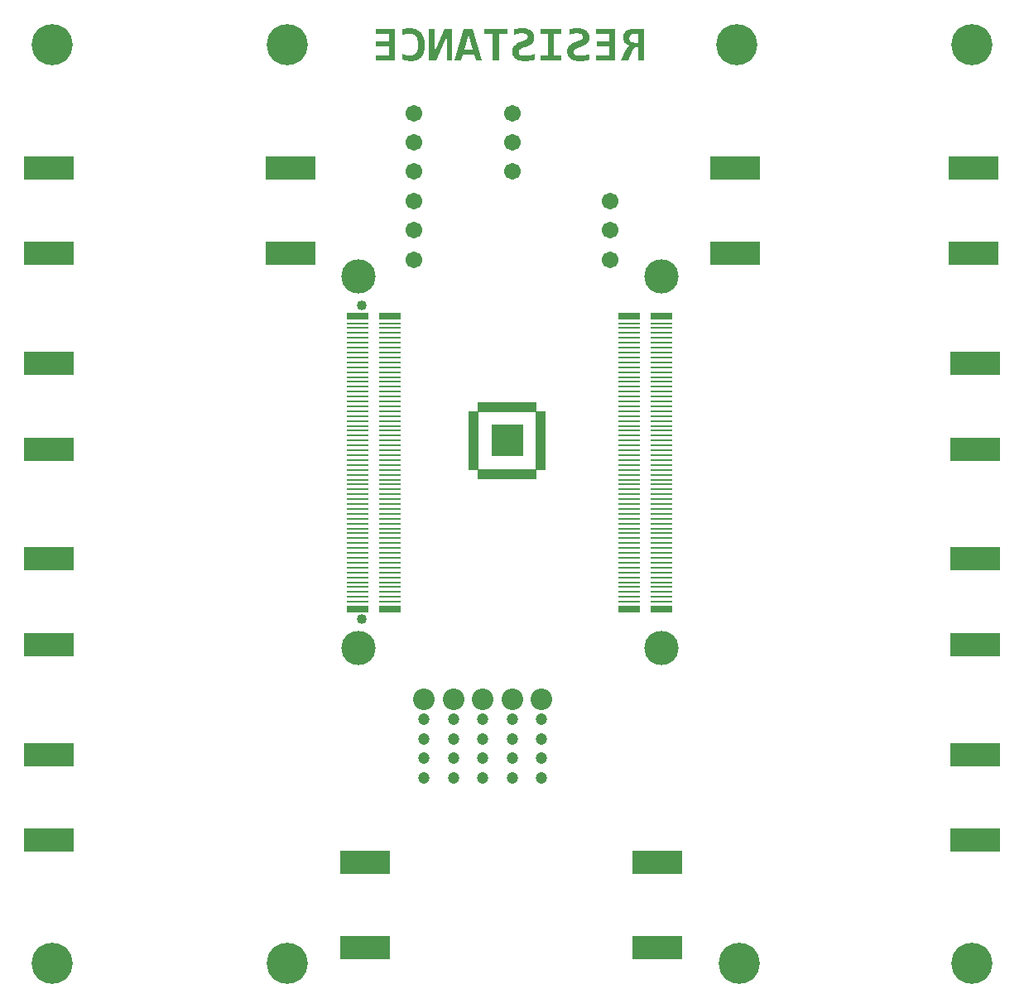
<source format=gbs>
%TF.GenerationSoftware,Altium Limited,Altium Designer,25.1.2 (22)*%
G04 Layer_Color=16711935*
%FSLAX45Y45*%
%MOMM*%
%TF.SameCoordinates,14A8493B-8770-4FEB-B4FF-2697345FB558*%
%TF.FilePolarity,Negative*%
%TF.FileFunction,Soldermask,Bot*%
%TF.Part,Single*%
G01*
G75*
%TA.AperFunction,ConnectorPad*%
%ADD10R,5.08000X2.41300*%
%TA.AperFunction,SMDPad,CuDef*%
%ADD12R,5.08000X2.41300*%
%TA.AperFunction,ComponentPad*%
%ADD28C,3.50000*%
%TA.AperFunction,SMDPad,CuDef*%
%ADD32R,2.30000X0.75000*%
%ADD33R,2.30000X0.25000*%
%TA.AperFunction,ComponentPad*%
%ADD47C,1.01320*%
%TA.AperFunction,ViaPad*%
%ADD48C,4.20320*%
%ADD49C,1.20320*%
%ADD50C,2.20320*%
%TA.AperFunction,SMDPad,CuDef*%
%ADD51R,1.05320X0.50320*%
%ADD52R,0.50320X1.05320*%
%ADD53R,3.30320X3.30320*%
%ADD54C,1.70320*%
G36*
X4387426Y9536683D02*
X4331320D01*
Y9637784D01*
Y9773325D01*
X4313544Y9731107D01*
X4226331Y9536683D01*
X4150783Y9536683D01*
Y9863316D01*
X4206889Y9863316D01*
Y9772770D01*
Y9628896D01*
X4222998Y9666670D01*
X4311878Y9863316D01*
X4387426D01*
Y9536683D01*
D02*
G37*
G36*
X3971358Y9867760D02*
X3983023Y9866649D01*
X3993577Y9864427D01*
X4002465Y9862760D01*
X4010242Y9860538D01*
X4015797Y9858316D01*
X4018019Y9857761D01*
X4019686Y9857205D01*
X4020241Y9856650D01*
X4020797D01*
X4030796Y9851650D01*
X4039684Y9846651D01*
X4048016Y9841096D01*
X4055238Y9835541D01*
X4060793Y9830541D01*
X4065237Y9826653D01*
X4067459Y9823875D01*
X4068570Y9822764D01*
X4075236Y9813876D01*
X4081346Y9804988D01*
X4086346Y9795545D01*
X4090790Y9787212D01*
X4094123Y9779435D01*
X4096345Y9773880D01*
X4097456Y9771658D01*
X4098011Y9769992D01*
X4098567Y9768881D01*
Y9768325D01*
X4101900Y9756104D01*
X4104122Y9743328D01*
X4106344Y9731107D01*
X4107455Y9719442D01*
X4108010Y9709998D01*
Y9705554D01*
X4108566Y9702221D01*
Y9698888D01*
Y9696666D01*
Y9695555D01*
Y9695000D01*
X4108010Y9680557D01*
X4106899Y9666669D01*
X4105788Y9654448D01*
X4103566Y9644449D01*
X4101900Y9635561D01*
X4101344Y9632228D01*
X4100789Y9629451D01*
X4100233Y9627229D01*
X4099678Y9625562D01*
X4099122Y9624451D01*
Y9623896D01*
X4095234Y9613341D01*
X4090790Y9603342D01*
X4086346Y9595010D01*
X4081902Y9587233D01*
X4077458Y9581678D01*
X4074125Y9577234D01*
X4071903Y9574457D01*
X4071347Y9573346D01*
X4064126Y9566124D01*
X4056349Y9560014D01*
X4048572Y9554459D01*
X4041350Y9550015D01*
X4034684Y9546682D01*
X4029685Y9544460D01*
X4026352Y9542793D01*
X4025796Y9542238D01*
X4025241D01*
X4014686Y9538905D01*
X4004132Y9536683D01*
X3993577Y9534461D01*
X3984134Y9533350D01*
X3975246Y9532794D01*
X3971913D01*
X3969136Y9532239D01*
X3954693D01*
X3946916Y9532794D01*
X3939694Y9533905D01*
X3933584Y9534461D01*
X3928029Y9535572D01*
X3924140Y9536127D01*
X3921918Y9536683D01*
X3920807D01*
X3905253Y9540571D01*
X3898032Y9542238D01*
X3891921Y9544460D01*
X3886366Y9546682D01*
X3881922Y9547793D01*
X3879145Y9548904D01*
X3878034Y9549459D01*
Y9607231D01*
X3884144Y9604453D01*
X3890255Y9601676D01*
X3892477Y9601120D01*
X3894699Y9600010D01*
X3895810Y9599454D01*
X3896365D01*
X3903587Y9597232D01*
X3909697Y9595010D01*
X3911919Y9594455D01*
X3914141Y9593899D01*
X3915252Y9593344D01*
X3915808D01*
X3923029Y9591677D01*
X3929140Y9590011D01*
X3931362Y9589455D01*
X3933584D01*
X3934695Y9588900D01*
X3935250D01*
X3941916Y9588344D01*
X3947471Y9587789D01*
X3953026D01*
X3961359Y9588344D01*
X3968580Y9588900D01*
X3975246Y9590011D01*
X3981357Y9591677D01*
X3985801Y9592788D01*
X3989689Y9593899D01*
X3991911Y9594455D01*
X3992466Y9595010D01*
X3998577Y9598343D01*
X4003576Y9601676D01*
X4008576Y9605564D01*
X4012464Y9608897D01*
X4015797Y9612230D01*
X4018019Y9615008D01*
X4019686Y9616674D01*
X4020241Y9617230D01*
X4024130Y9622785D01*
X4026907Y9628895D01*
X4029685Y9634450D01*
X4031907Y9640005D01*
X4033573Y9645005D01*
X4034684Y9648893D01*
X4035795Y9651115D01*
Y9652226D01*
X4038573Y9668891D01*
X4039684Y9676668D01*
X4040239Y9683890D01*
Y9690556D01*
X4040795Y9695555D01*
Y9698888D01*
Y9699444D01*
Y9699999D01*
Y9708887D01*
X4040239Y9717775D01*
X4039128Y9725552D01*
X4038573Y9732218D01*
X4037462Y9737773D01*
X4036906Y9742217D01*
X4036351Y9744439D01*
Y9745550D01*
X4034129Y9753327D01*
X4031907Y9759993D01*
X4029129Y9766103D01*
X4026907Y9771658D01*
X4024130Y9775547D01*
X4022463Y9778880D01*
X4021352Y9781102D01*
X4020797Y9781657D01*
X4016353Y9787212D01*
X4011909Y9791656D01*
X4007465Y9795545D01*
X4003021Y9798878D01*
X3999132Y9801655D01*
X3996355Y9803322D01*
X3994133Y9804433D01*
X3993577Y9804988D01*
X3986912Y9807766D01*
X3980246Y9809988D01*
X3973580Y9811654D01*
X3967469Y9812765D01*
X3961914Y9813321D01*
X3957470Y9813876D01*
X3953582D01*
X3941361Y9813321D01*
X3935806Y9812765D01*
X3930251Y9811654D01*
X3925807Y9811099D01*
X3922474Y9809988D01*
X3919696Y9809432D01*
X3919141D01*
X3904698Y9805544D01*
X3897476Y9803322D01*
X3891366Y9801100D01*
X3885811Y9798878D01*
X3881922Y9797211D01*
X3879145Y9796100D01*
X3878034Y9795545D01*
Y9856650D01*
X3885811Y9858872D01*
X3892477Y9860538D01*
X3894699Y9861094D01*
X3896921Y9861649D01*
X3898032Y9862205D01*
X3898587D01*
X3905809Y9863871D01*
X3911919Y9864982D01*
X3914697D01*
X3916363Y9865538D01*
X3918030D01*
X3925251Y9866649D01*
X3931362Y9867204D01*
X3933584Y9867760D01*
X3937472D01*
X3944694Y9868315D01*
X3958581D01*
X3971358Y9867760D01*
D02*
G37*
G36*
X6350000Y9536683D02*
X6288340D01*
Y9672225D01*
X6276674D01*
X6271119Y9671669D01*
X6265564Y9671114D01*
X6261120Y9670003D01*
X6257232Y9668336D01*
X6253899Y9666670D01*
X6251677Y9665559D01*
X6250010Y9665003D01*
X6249455Y9664448D01*
X6245566Y9661115D01*
X6241678Y9657782D01*
X6236123Y9650005D01*
X6234456Y9646672D01*
X6232790Y9643894D01*
X6231679Y9642228D01*
Y9641672D01*
X6185573Y9536683D01*
X6113358D01*
X6165575Y9646116D01*
X6169463Y9653338D01*
X6172796Y9660004D01*
X6176129Y9665559D01*
X6179462Y9670003D01*
X6181684Y9673891D01*
X6183906Y9676113D01*
X6185017Y9677780D01*
X6185573Y9678335D01*
X6189461Y9682224D01*
X6193350Y9685001D01*
X6197238Y9687223D01*
X6200571Y9689445D01*
X6203349Y9690556D01*
X6205571Y9691112D01*
X6207237Y9691667D01*
X6207793D01*
X6196683Y9694445D01*
X6191683Y9695556D01*
X6187239Y9697222D01*
X6183906Y9698333D01*
X6181129Y9699444D01*
X6179462Y9700555D01*
X6178907D01*
X6169463Y9705555D01*
X6165575Y9708332D01*
X6162242Y9711110D01*
X6160020Y9713332D01*
X6157798Y9714998D01*
X6156687Y9716109D01*
X6156131Y9716665D01*
X6150021Y9724997D01*
X6145577Y9732774D01*
X6143910Y9736107D01*
X6142799Y9738885D01*
X6141688Y9740551D01*
Y9741107D01*
X6138355Y9751661D01*
X6137244Y9757216D01*
X6136689Y9762215D01*
X6136133Y9766659D01*
Y9769992D01*
Y9772214D01*
Y9772770D01*
X6136689Y9781658D01*
X6137244Y9789990D01*
X6138911Y9797212D01*
X6140577Y9803322D01*
X6142244Y9808322D01*
X6143355Y9811655D01*
X6144466Y9814432D01*
X6145021Y9814988D01*
X6148354Y9821098D01*
X6152243Y9826653D01*
X6156131Y9831097D01*
X6160020Y9835541D01*
X6163353Y9838319D01*
X6166130Y9841096D01*
X6168352Y9842207D01*
X6168908Y9842763D01*
X6175018Y9846651D01*
X6181129Y9849984D01*
X6187239Y9852762D01*
X6193350Y9854984D01*
X6198349Y9856095D01*
X6202238Y9857206D01*
X6205015Y9858317D01*
X6206126D01*
X6223346Y9861094D01*
X6231123Y9862205D01*
X6238900Y9862761D01*
X6245566Y9863316D01*
X6350000D01*
Y9536683D01*
D02*
G37*
G36*
X6054475D02*
X5857829D01*
Y9588900D01*
X5991704D01*
Y9679446D01*
X5863939D01*
Y9729997D01*
X5991704D01*
Y9811099D01*
X5857829D01*
Y9863316D01*
X6054475D01*
Y9536683D01*
D02*
G37*
G36*
X5499533Y9813321D02*
X5427873D01*
Y9587233D01*
X5499533D01*
Y9536683D01*
X5293443D01*
Y9587233D01*
X5365102D01*
Y9813321D01*
X5293443D01*
Y9863316D01*
X5499533D01*
Y9813321D01*
D02*
G37*
G36*
X4954034Y9812210D02*
X4864598D01*
Y9536683D01*
X4801827D01*
Y9812210D01*
X4712392D01*
Y9863316D01*
X4954034D01*
Y9812210D01*
D02*
G37*
G36*
X4691283Y9536683D02*
X4630178D01*
X4611847Y9601121D01*
X4497970D01*
X4479638Y9536683D01*
X4411867D01*
X4508524Y9863316D01*
X4594626D01*
X4691283Y9536683D01*
D02*
G37*
G36*
X3801375Y9536683D02*
X3604729D01*
Y9588900D01*
X3738604D01*
Y9679446D01*
X3610839D01*
Y9729996D01*
X3738604D01*
Y9811099D01*
X3604729D01*
Y9863316D01*
X3801375D01*
Y9536683D01*
D02*
G37*
G36*
X5678958Y9868316D02*
X5689513Y9867760D01*
X5699512Y9866649D01*
X5707844Y9864983D01*
X5714510Y9863316D01*
X5719510Y9862205D01*
X5722843Y9861650D01*
X5723398Y9861094D01*
X5723954D01*
X5732286Y9857761D01*
X5739508Y9854428D01*
X5746174Y9851095D01*
X5751729Y9847762D01*
X5756173Y9844985D01*
X5759506Y9842763D01*
X5761728Y9841096D01*
X5762283Y9840541D01*
X5767283Y9835541D01*
X5772282Y9830542D01*
X5775615Y9825542D01*
X5778948Y9820543D01*
X5781170Y9816654D01*
X5783392Y9813321D01*
X5783948Y9811099D01*
X5784503Y9810544D01*
X5786725Y9803878D01*
X5788392Y9797767D01*
X5789503Y9791657D01*
X5790058Y9785546D01*
X5790614Y9781102D01*
X5791169Y9777214D01*
Y9774992D01*
Y9773881D01*
X5790614Y9766104D01*
X5790058Y9759438D01*
X5788947Y9753327D01*
X5787836Y9747772D01*
X5786725Y9743884D01*
X5785614Y9740551D01*
X5784503Y9738329D01*
Y9737774D01*
X5778948Y9727775D01*
X5776171Y9723331D01*
X5772838Y9719442D01*
X5770616Y9716665D01*
X5768394Y9714443D01*
X5767283Y9712776D01*
X5766727Y9712221D01*
X5757839Y9704999D01*
X5749507Y9699444D01*
X5745618Y9697222D01*
X5742841Y9695556D01*
X5741174Y9695000D01*
X5740619Y9694445D01*
X5730064Y9689445D01*
X5725065Y9687223D01*
X5720621Y9685001D01*
X5717288Y9683335D01*
X5713955Y9682224D01*
X5712288Y9681668D01*
X5711733Y9681113D01*
X5700623Y9677224D01*
X5695623Y9675558D01*
X5691179Y9673891D01*
X5687846Y9672225D01*
X5684513Y9671669D01*
X5682847Y9670558D01*
X5682291D01*
X5672292Y9666670D01*
X5667848Y9665003D01*
X5663960Y9663337D01*
X5661182Y9661670D01*
X5658405Y9660559D01*
X5657294Y9660004D01*
X5656738Y9659448D01*
X5648962Y9654449D01*
X5643407Y9650005D01*
X5641185Y9647783D01*
X5639518Y9646672D01*
X5638963Y9645561D01*
X5638407Y9645005D01*
X5636185Y9641672D01*
X5633963Y9638895D01*
X5632297Y9632229D01*
X5631741Y9629451D01*
X5631186Y9627229D01*
Y9625563D01*
Y9625007D01*
X5631741Y9618897D01*
X5632852Y9613897D01*
X5634519Y9610009D01*
X5635074Y9609453D01*
Y9608898D01*
X5638407Y9603898D01*
X5641740Y9600010D01*
X5645073Y9597233D01*
X5645629Y9596122D01*
X5646184D01*
X5652295Y9592789D01*
X5658960Y9590567D01*
X5661738Y9589456D01*
X5663960Y9588900D01*
X5665626Y9588345D01*
X5666182D01*
X5676181Y9586678D01*
X5681180Y9586123D01*
X5685624D01*
X5690068Y9585567D01*
X5705067D01*
X5712844Y9586123D01*
X5716177D01*
X5718399Y9586678D01*
X5720621D01*
X5729509Y9588345D01*
X5733953Y9588900D01*
X5737841Y9589456D01*
X5741174Y9590011D01*
X5743396Y9590567D01*
X5745063Y9591122D01*
X5745618D01*
X5755062Y9593344D01*
X5759506Y9594455D01*
X5763394Y9595011D01*
X5766172Y9596122D01*
X5768949Y9596677D01*
X5770616Y9597233D01*
X5771171D01*
X5780059Y9600010D01*
X5783948Y9601121D01*
X5787281Y9602232D01*
X5790058Y9603343D01*
X5792280Y9604454D01*
X5793947Y9605009D01*
X5794502D01*
Y9544460D01*
X5777282Y9540016D01*
X5769505Y9538350D01*
X5762283Y9536683D01*
X5756173Y9535572D01*
X5751173Y9535017D01*
X5748396Y9534461D01*
X5747285D01*
X5728953Y9532795D01*
X5720621Y9531684D01*
X5712844D01*
X5706733Y9531128D01*
X5697290D01*
X5686735Y9531684D01*
X5676736Y9532239D01*
X5667848Y9533350D01*
X5659516Y9534461D01*
X5653406Y9535572D01*
X5648406Y9536128D01*
X5645073Y9537239D01*
X5643962D01*
X5635074Y9540016D01*
X5626742Y9542794D01*
X5619520Y9546126D01*
X5613410Y9548904D01*
X5607855Y9551681D01*
X5604522Y9553903D01*
X5601744Y9555570D01*
X5601189Y9556125D01*
X5595078Y9561125D01*
X5589523Y9566680D01*
X5584524Y9571679D01*
X5580635Y9577234D01*
X5577302Y9581678D01*
X5575080Y9585011D01*
X5573969Y9587233D01*
X5573414Y9588344D01*
X5570081Y9596121D01*
X5567859Y9603898D01*
X5565637Y9611675D01*
X5564526Y9619452D01*
X5563970Y9625563D01*
X5563415Y9630562D01*
Y9633895D01*
Y9634451D01*
Y9635006D01*
X5563970Y9642228D01*
X5564526Y9648894D01*
X5565637Y9654449D01*
X5566748Y9660004D01*
X5568414Y9663892D01*
X5569525Y9666670D01*
X5570081Y9668892D01*
X5570636Y9669447D01*
X5573414Y9675002D01*
X5576191Y9680001D01*
X5579524Y9683890D01*
X5582302Y9687778D01*
X5585079Y9691111D01*
X5586746Y9693333D01*
X5588412Y9694444D01*
X5588968Y9695000D01*
X5597856Y9702777D01*
X5605633Y9708332D01*
X5609521Y9710554D01*
X5612299Y9712220D01*
X5613965Y9712776D01*
X5614521Y9713331D01*
X5625075Y9718887D01*
X5630075Y9721109D01*
X5635074Y9722775D01*
X5638963Y9724442D01*
X5641740Y9725553D01*
X5643962Y9726664D01*
X5644518D01*
X5655627Y9731108D01*
X5660627Y9732774D01*
X5665071Y9734441D01*
X5668404Y9736107D01*
X5671181Y9736663D01*
X5673403Y9737774D01*
X5673959D01*
X5683958Y9741662D01*
X5688402Y9743328D01*
X5692290Y9744995D01*
X5695623Y9746106D01*
X5697845Y9747217D01*
X5699512Y9748328D01*
X5700067D01*
X5707289Y9752772D01*
X5712844Y9757216D01*
X5715066Y9758882D01*
X5716732Y9760549D01*
X5717288Y9761104D01*
X5717843Y9761660D01*
X5720065Y9764437D01*
X5721732Y9767770D01*
X5723398Y9773325D01*
X5723954Y9776103D01*
X5724509Y9777769D01*
Y9778880D01*
Y9779436D01*
X5723954Y9785546D01*
X5722843Y9789990D01*
X5722287Y9793323D01*
X5721732Y9793879D01*
Y9794434D01*
X5718399Y9798878D01*
X5715066Y9802767D01*
X5712288Y9804989D01*
X5711733Y9805544D01*
X5711177D01*
X5705067Y9808877D01*
X5699512Y9811099D01*
X5696734Y9812210D01*
X5694512Y9812766D01*
X5693401Y9813321D01*
X5692846D01*
X5683402Y9814988D01*
X5674514Y9815543D01*
X5670626Y9816099D01*
X5657849D01*
X5651739Y9815543D01*
X5649517D01*
X5647295Y9814988D01*
X5645629D01*
X5637852Y9813877D01*
X5631186Y9812766D01*
X5628964Y9812210D01*
X5626742D01*
X5625631Y9811655D01*
X5625075D01*
X5617298Y9810543D01*
X5611188Y9808877D01*
X5608410Y9808322D01*
X5606744Y9807766D01*
X5605633Y9807211D01*
X5605077D01*
X5598411Y9805544D01*
X5592856Y9803878D01*
X5590634Y9803322D01*
X5588968Y9802767D01*
X5587857Y9802211D01*
X5587301D01*
Y9858316D01*
X5593412Y9859427D01*
X5599522Y9860538D01*
X5601744Y9861094D01*
X5603966Y9861649D01*
X5605633D01*
X5612854Y9863316D01*
X5618965Y9864427D01*
X5621742D01*
X5623964Y9864983D01*
X5625631D01*
X5632852Y9866094D01*
X5640074Y9867205D01*
X5642851D01*
X5645073Y9867760D01*
X5646740D01*
X5654517Y9868316D01*
X5660627Y9868871D01*
X5666737D01*
X5678958Y9868316D01*
D02*
G37*
G36*
X5115683Y9868315D02*
X5126238Y9867760D01*
X5136237Y9866649D01*
X5144569Y9864982D01*
X5151235Y9863316D01*
X5156235Y9862205D01*
X5159568Y9861649D01*
X5160123Y9861094D01*
X5160679D01*
X5169011Y9857761D01*
X5176233Y9854428D01*
X5182899Y9851095D01*
X5188454Y9847762D01*
X5192898Y9844984D01*
X5196231Y9842762D01*
X5198453Y9841096D01*
X5199008Y9840540D01*
X5204008Y9835541D01*
X5209007Y9830541D01*
X5212340Y9825542D01*
X5215673Y9820542D01*
X5217895Y9816654D01*
X5220117Y9813321D01*
X5220673Y9811099D01*
X5221228Y9810543D01*
X5223450Y9803878D01*
X5225117Y9797767D01*
X5226228Y9791657D01*
X5226783Y9785546D01*
X5227339Y9781102D01*
X5227894Y9777214D01*
Y9774992D01*
Y9773881D01*
X5227339Y9766104D01*
X5226783Y9759438D01*
X5225672Y9753327D01*
X5224561Y9747772D01*
X5223450Y9743884D01*
X5222339Y9740551D01*
X5221228Y9738329D01*
Y9737773D01*
X5215673Y9727774D01*
X5212896Y9723330D01*
X5209563Y9719442D01*
X5207341Y9716664D01*
X5205119Y9714442D01*
X5204008Y9712776D01*
X5203452Y9712220D01*
X5194564Y9704999D01*
X5186232Y9699444D01*
X5182343Y9697222D01*
X5179566Y9695555D01*
X5177899Y9695000D01*
X5177344Y9694444D01*
X5166789Y9689445D01*
X5161790Y9687223D01*
X5157346Y9685001D01*
X5154013Y9683334D01*
X5150680Y9682223D01*
X5149013Y9681668D01*
X5148458Y9681112D01*
X5137348Y9677224D01*
X5132348Y9675557D01*
X5127904Y9673891D01*
X5124571Y9672224D01*
X5121238Y9671669D01*
X5119572Y9670558D01*
X5119016D01*
X5109017Y9666670D01*
X5104573Y9665003D01*
X5100685Y9663337D01*
X5097908Y9661670D01*
X5095130Y9660559D01*
X5094019Y9660004D01*
X5093464Y9659448D01*
X5085687Y9654449D01*
X5080132Y9650005D01*
X5077910Y9647783D01*
X5076243Y9646672D01*
X5075688Y9645561D01*
X5075132Y9645005D01*
X5072910Y9641672D01*
X5070688Y9638895D01*
X5069022Y9632229D01*
X5068466Y9629451D01*
X5067911Y9627229D01*
Y9625563D01*
Y9625007D01*
X5068466Y9618897D01*
X5069577Y9613897D01*
X5071244Y9610009D01*
X5071799Y9609453D01*
Y9608898D01*
X5075132Y9603898D01*
X5078465Y9600010D01*
X5081798Y9597232D01*
X5082354Y9596121D01*
X5082909D01*
X5089020Y9592788D01*
X5095686Y9590566D01*
X5098463Y9589455D01*
X5100685Y9588900D01*
X5102351Y9588344D01*
X5102907D01*
X5112906Y9586678D01*
X5117905Y9586122D01*
X5122349D01*
X5126793Y9585567D01*
X5141792D01*
X5149569Y9586122D01*
X5152902D01*
X5155124Y9586678D01*
X5157346D01*
X5166234Y9588344D01*
X5170678Y9588900D01*
X5174566Y9589455D01*
X5177899Y9590011D01*
X5180121Y9590566D01*
X5181788Y9591122D01*
X5182343D01*
X5191787Y9593344D01*
X5196231Y9594455D01*
X5200119Y9595010D01*
X5202897Y9596121D01*
X5205674Y9596677D01*
X5207341Y9597232D01*
X5207896D01*
X5216784Y9600010D01*
X5220673Y9601121D01*
X5224006Y9602232D01*
X5226783Y9603343D01*
X5229005Y9604454D01*
X5230672Y9605009D01*
X5231227D01*
Y9544460D01*
X5214007Y9540016D01*
X5206230Y9538349D01*
X5199008Y9536683D01*
X5192898Y9535572D01*
X5187898Y9535016D01*
X5185121Y9534461D01*
X5184010D01*
X5165678Y9532794D01*
X5157346Y9531684D01*
X5149569D01*
X5143458Y9531128D01*
X5134015D01*
X5123460Y9531684D01*
X5113461Y9532239D01*
X5104573Y9533350D01*
X5096241Y9534461D01*
X5090131Y9535572D01*
X5085131Y9536127D01*
X5081798Y9537238D01*
X5080687D01*
X5071799Y9540016D01*
X5063467Y9542793D01*
X5056245Y9546126D01*
X5050135Y9548904D01*
X5044580Y9551681D01*
X5041247Y9553903D01*
X5038469Y9555570D01*
X5037914Y9556125D01*
X5031803Y9561125D01*
X5026248Y9566680D01*
X5021249Y9571679D01*
X5017360Y9577234D01*
X5014027Y9581678D01*
X5011805Y9585011D01*
X5010694Y9587233D01*
X5010139Y9588344D01*
X5006806Y9596121D01*
X5004584Y9603898D01*
X5002362Y9611675D01*
X5001251Y9619452D01*
X5000695Y9625563D01*
X5000140Y9630562D01*
Y9633895D01*
Y9634451D01*
Y9635006D01*
X5000695Y9642228D01*
X5001251Y9648894D01*
X5002362Y9654449D01*
X5003473Y9660004D01*
X5005139Y9663892D01*
X5006250Y9666670D01*
X5006806Y9668892D01*
X5007361Y9669447D01*
X5010139Y9675002D01*
X5012916Y9680001D01*
X5016249Y9683890D01*
X5019027Y9687778D01*
X5021804Y9691111D01*
X5023471Y9693333D01*
X5025137Y9694444D01*
X5025693Y9695000D01*
X5034581Y9702777D01*
X5042358Y9708332D01*
X5046246Y9710554D01*
X5049024Y9712220D01*
X5050690Y9712776D01*
X5051246Y9713331D01*
X5061800Y9718886D01*
X5066800Y9721108D01*
X5071799Y9722775D01*
X5075688Y9724441D01*
X5078465Y9725552D01*
X5080687Y9726663D01*
X5081243D01*
X5092353Y9731107D01*
X5097352Y9732774D01*
X5101796Y9734440D01*
X5105129Y9736107D01*
X5107906Y9736662D01*
X5110128Y9737773D01*
X5110684D01*
X5120683Y9741662D01*
X5125127Y9743328D01*
X5129015Y9744995D01*
X5132348Y9746106D01*
X5134570Y9747217D01*
X5136237Y9748328D01*
X5136792D01*
X5144014Y9752772D01*
X5149569Y9757216D01*
X5151791Y9758882D01*
X5153457Y9760549D01*
X5154013Y9761104D01*
X5154568Y9761660D01*
X5156790Y9764437D01*
X5158457Y9767770D01*
X5160123Y9773325D01*
X5160679Y9776103D01*
X5161234Y9777769D01*
Y9778880D01*
Y9779436D01*
X5160679Y9785546D01*
X5159568Y9789990D01*
X5159012Y9793323D01*
X5158457Y9793879D01*
Y9794434D01*
X5155124Y9798878D01*
X5151791Y9802767D01*
X5149013Y9804989D01*
X5148458Y9805544D01*
X5147902D01*
X5141792Y9808877D01*
X5136237Y9811099D01*
X5133459Y9812210D01*
X5131237Y9812765D01*
X5130126Y9813321D01*
X5129571D01*
X5120127Y9814987D01*
X5111239Y9815543D01*
X5107351Y9816098D01*
X5094575D01*
X5088464Y9815543D01*
X5086242D01*
X5084020Y9814987D01*
X5082354D01*
X5074577Y9813876D01*
X5067911Y9812765D01*
X5065689Y9812210D01*
X5063467D01*
X5062356Y9811654D01*
X5061800D01*
X5054023Y9810543D01*
X5047913Y9808877D01*
X5045135Y9808322D01*
X5043469Y9807766D01*
X5042358Y9807211D01*
X5041802D01*
X5035136Y9805544D01*
X5029581Y9803878D01*
X5027359Y9803322D01*
X5025693Y9802767D01*
X5024582Y9802211D01*
X5024026D01*
Y9858316D01*
X5030137Y9859427D01*
X5036247Y9860538D01*
X5038469Y9861094D01*
X5040691Y9861649D01*
X5042358D01*
X5049579Y9863316D01*
X5055690Y9864427D01*
X5058467D01*
X5060689Y9864982D01*
X5062356D01*
X5069577Y9866093D01*
X5076799Y9867204D01*
X5079576D01*
X5081798Y9867760D01*
X5083465D01*
X5091242Y9868315D01*
X5097352Y9868871D01*
X5103462D01*
X5115683Y9868315D01*
D02*
G37*
%LPC*%
G36*
X6288340Y9812210D02*
X6261676D01*
X6251121Y9811655D01*
X6241678Y9810544D01*
X6233901Y9808877D01*
X6227235Y9807211D01*
X6222235Y9804989D01*
X6218902Y9803322D01*
X6216680Y9802211D01*
X6216125Y9801656D01*
X6211125Y9797212D01*
X6207237Y9791657D01*
X6204460Y9786102D01*
X6202238Y9780547D01*
X6201127Y9775547D01*
X6200571Y9771103D01*
Y9768326D01*
Y9767770D01*
Y9767215D01*
X6201127Y9758882D01*
X6202793Y9752772D01*
X6203904Y9749994D01*
X6205015Y9748328D01*
X6205571Y9747217D01*
Y9746661D01*
X6209459Y9740551D01*
X6213347Y9736107D01*
X6216680Y9732774D01*
X6217791Y9732219D01*
X6218347Y9731663D01*
X6224457Y9727775D01*
X6231123Y9724997D01*
X6233901Y9723886D01*
X6235567Y9723331D01*
X6237234Y9722775D01*
X6237789D01*
X6246677Y9721109D01*
X6255010Y9720553D01*
X6258898Y9719998D01*
X6288340D01*
Y9812210D01*
D02*
G37*
G36*
X4554075Y9803322D02*
X4511857Y9651116D01*
X4597404D01*
X4554075Y9803322D01*
D02*
G37*
%LPD*%
D10*
X9733490Y1561850D02*
D03*
Y2438150D02*
D03*
Y3561850D02*
D03*
Y4438150D02*
D03*
Y5561850D02*
D03*
Y6438150D02*
D03*
X9716980Y7561850D02*
D03*
Y8438150D02*
D03*
X266510D02*
D03*
Y7561850D02*
D03*
Y6438150D02*
D03*
Y5561850D02*
D03*
Y4438150D02*
D03*
Y3561850D02*
D03*
Y2438150D02*
D03*
Y1561850D02*
D03*
D12*
X7283020Y8438150D02*
D03*
Y7561850D02*
D03*
X6483490Y461850D02*
D03*
Y1338150D02*
D03*
X3500000D02*
D03*
Y461850D02*
D03*
X2733490Y7561850D02*
D03*
Y8438150D02*
D03*
D28*
X3425000Y7325000D02*
D03*
X6525000D02*
D03*
X3425000Y3525000D02*
D03*
X6525000D02*
D03*
D32*
X6200000Y3925000D02*
D03*
X6530000D02*
D03*
X6200000Y6925000D02*
D03*
X6530000D02*
D03*
X3420000Y3925000D02*
D03*
X3750000D02*
D03*
X3420000Y6925000D02*
D03*
X3750000D02*
D03*
D33*
X6200000Y4000000D02*
D03*
X6530000D02*
D03*
X6200000Y4050000D02*
D03*
X6530000D02*
D03*
X6200000Y4100000D02*
D03*
X6530000D02*
D03*
X6200000Y4150000D02*
D03*
X6530000D02*
D03*
X6200000Y4200000D02*
D03*
X6530000D02*
D03*
X6200000Y4250000D02*
D03*
X6530000D02*
D03*
X6200000Y4300000D02*
D03*
X6530000D02*
D03*
X6200000Y4350000D02*
D03*
X6530000D02*
D03*
X6200000Y4400000D02*
D03*
X6530000D02*
D03*
X6200000Y4450000D02*
D03*
X6530000D02*
D03*
X6200000Y4500000D02*
D03*
X6530000D02*
D03*
X6200000Y4550000D02*
D03*
X6530000D02*
D03*
X6200000Y4600000D02*
D03*
X6530000D02*
D03*
X6200000Y4650000D02*
D03*
X6530000D02*
D03*
X6200000Y4700000D02*
D03*
X6530000D02*
D03*
X6200000Y4750000D02*
D03*
X6530000D02*
D03*
X6200000Y4800000D02*
D03*
X6530000D02*
D03*
X6200000Y4850000D02*
D03*
X6530000D02*
D03*
X6200000Y4900000D02*
D03*
X6530000D02*
D03*
X6200000Y4950000D02*
D03*
X6530000D02*
D03*
X6200000Y5000000D02*
D03*
X6530000D02*
D03*
X6200000Y5050000D02*
D03*
X6530000D02*
D03*
X6200000Y5100000D02*
D03*
X6530000D02*
D03*
X6200000Y5150000D02*
D03*
X6530000D02*
D03*
X6200000Y5200000D02*
D03*
X6530000D02*
D03*
X6200000Y5250000D02*
D03*
X6530000D02*
D03*
X6200000Y5300000D02*
D03*
X6530000D02*
D03*
X6200000Y5350000D02*
D03*
X6530000D02*
D03*
X6200000Y5400000D02*
D03*
X6530000D02*
D03*
X6200000Y5450000D02*
D03*
X6530000D02*
D03*
X6200000Y5500000D02*
D03*
X6530000D02*
D03*
X6200000Y5550000D02*
D03*
X6530000D02*
D03*
X6200000Y5600000D02*
D03*
X6530000D02*
D03*
X6200000Y5650000D02*
D03*
X6530000D02*
D03*
X6200000Y5700000D02*
D03*
X6530000D02*
D03*
X6200000Y5750000D02*
D03*
X6530000D02*
D03*
X6200000Y5800000D02*
D03*
X6530000D02*
D03*
X6200000Y5850000D02*
D03*
X6530000D02*
D03*
X6200000Y5900000D02*
D03*
X6530000D02*
D03*
X6200000Y5950000D02*
D03*
X6530000D02*
D03*
X6200000Y6000000D02*
D03*
X6530000D02*
D03*
X6200000Y6050000D02*
D03*
X6530000D02*
D03*
X6200000Y6100000D02*
D03*
X6530000D02*
D03*
X6200000Y6150000D02*
D03*
X6530000D02*
D03*
X6200000Y6200000D02*
D03*
X6530000D02*
D03*
X6200000Y6250000D02*
D03*
X6530000D02*
D03*
X6200000Y6300000D02*
D03*
X6530000D02*
D03*
X6200000Y6350000D02*
D03*
X6530000D02*
D03*
X6200000Y6400000D02*
D03*
X6530000D02*
D03*
X6200000Y6450000D02*
D03*
X6530000D02*
D03*
X6200000Y6500000D02*
D03*
X6530000D02*
D03*
X6200000Y6550000D02*
D03*
X6530000D02*
D03*
X6200000Y6600000D02*
D03*
X6530000D02*
D03*
X6200000Y6650000D02*
D03*
X6530000D02*
D03*
X6200000Y6700000D02*
D03*
X6530000D02*
D03*
X6200000Y6750000D02*
D03*
X6530000D02*
D03*
X6200000Y6800000D02*
D03*
X6530000D02*
D03*
X6200000Y6850000D02*
D03*
X6530000D02*
D03*
X3420000Y4000000D02*
D03*
X3750000D02*
D03*
X3420000Y4050000D02*
D03*
X3750000D02*
D03*
X3420000Y4100000D02*
D03*
X3750000D02*
D03*
X3420000Y4150000D02*
D03*
X3750000D02*
D03*
X3420000Y4200000D02*
D03*
X3750000D02*
D03*
X3420000Y4250000D02*
D03*
X3750000D02*
D03*
X3420000Y4300000D02*
D03*
X3750000D02*
D03*
X3420000Y4350000D02*
D03*
X3750000D02*
D03*
X3420000Y4400000D02*
D03*
X3750000D02*
D03*
X3420000Y4450000D02*
D03*
X3750000D02*
D03*
X3420000Y4500000D02*
D03*
X3750000D02*
D03*
X3420000Y4550000D02*
D03*
X3750000D02*
D03*
X3420000Y4600000D02*
D03*
X3750000D02*
D03*
X3420000Y4650000D02*
D03*
X3750000D02*
D03*
X3420000Y4700000D02*
D03*
X3750000D02*
D03*
X3420000Y4750000D02*
D03*
X3750000D02*
D03*
X3420000Y4800000D02*
D03*
X3750000D02*
D03*
X3420000Y4850000D02*
D03*
X3750000D02*
D03*
X3420000Y4900000D02*
D03*
X3750000D02*
D03*
X3420000Y4950000D02*
D03*
X3750000D02*
D03*
X3420000Y5000000D02*
D03*
X3750000D02*
D03*
X3420000Y5050000D02*
D03*
X3750000D02*
D03*
X3420000Y5100000D02*
D03*
X3750000D02*
D03*
X3420000Y5150000D02*
D03*
X3750000D02*
D03*
X3420000Y5200000D02*
D03*
X3750000D02*
D03*
X3420000Y5250000D02*
D03*
X3750000D02*
D03*
X3420000Y5300000D02*
D03*
X3750000D02*
D03*
X3420000Y5350000D02*
D03*
X3750000D02*
D03*
X3420000Y5400000D02*
D03*
X3750000D02*
D03*
X3420000Y5450000D02*
D03*
X3750000D02*
D03*
X3420000Y5500000D02*
D03*
X3750000D02*
D03*
X3420000Y5550000D02*
D03*
X3750000D02*
D03*
X3420000Y5600000D02*
D03*
X3750000D02*
D03*
X3420000Y5650000D02*
D03*
X3750000D02*
D03*
X3420000Y5700000D02*
D03*
X3750000D02*
D03*
X3420000Y5750000D02*
D03*
X3750000D02*
D03*
X3420000Y5800000D02*
D03*
X3750000D02*
D03*
X3420000Y5850000D02*
D03*
X3750000D02*
D03*
X3420000Y5900000D02*
D03*
X3750000D02*
D03*
X3420000Y5950000D02*
D03*
X3750000D02*
D03*
X3420000Y6000000D02*
D03*
X3750000D02*
D03*
X3420000Y6050000D02*
D03*
X3750000D02*
D03*
X3420000Y6100000D02*
D03*
X3750000D02*
D03*
X3420000Y6150000D02*
D03*
X3750000D02*
D03*
X3420000Y6200000D02*
D03*
X3750000D02*
D03*
X3420000Y6250000D02*
D03*
X3750000D02*
D03*
X3420000Y6300000D02*
D03*
X3750000D02*
D03*
X3420000Y6350000D02*
D03*
X3750000D02*
D03*
X3420000Y6400000D02*
D03*
X3750000D02*
D03*
X3420000Y6450000D02*
D03*
X3750000D02*
D03*
X3420000Y6500000D02*
D03*
X3750000D02*
D03*
X3420000Y6550000D02*
D03*
X3750000D02*
D03*
X3420000Y6600000D02*
D03*
X3750000D02*
D03*
X3420000Y6650000D02*
D03*
X3750000D02*
D03*
X3420000Y6700000D02*
D03*
X3750000D02*
D03*
X3420000Y6750000D02*
D03*
X3750000D02*
D03*
X3420000Y6800000D02*
D03*
X3750000D02*
D03*
X3420000Y6850000D02*
D03*
X3750000D02*
D03*
D47*
X3465000Y7030000D02*
D03*
Y3820000D02*
D03*
D48*
X7325898Y300000D02*
D03*
X9700000Y300000D02*
D03*
X9700000Y9700000D02*
D03*
X7300000Y9700000D02*
D03*
X2700000Y9700000D02*
D03*
X2700000Y300000D02*
D03*
X300000Y300000D02*
D03*
X300000Y9700000D02*
D03*
D49*
X4099999Y2200000D02*
D03*
Y2400000D02*
D03*
Y2600000D02*
D03*
Y2800000D02*
D03*
X4400000Y2200000D02*
D03*
Y2400000D02*
D03*
Y2600000D02*
D03*
Y2800000D02*
D03*
X4700000Y2200000D02*
D03*
Y2400000D02*
D03*
Y2600000D02*
D03*
Y2800000D02*
D03*
X5000000D02*
D03*
Y2600000D02*
D03*
Y2400000D02*
D03*
Y2200000D02*
D03*
X5300000D02*
D03*
Y2400000D02*
D03*
Y2600000D02*
D03*
Y2800000D02*
D03*
D50*
X4099999Y3000000D02*
D03*
X4400000D02*
D03*
X4700000D02*
D03*
X5000000D02*
D03*
X5300000D02*
D03*
D51*
X5295000Y5925000D02*
D03*
Y5875000D02*
D03*
Y5825000D02*
D03*
Y5775000D02*
D03*
Y5725000D02*
D03*
Y5675000D02*
D03*
Y5625000D02*
D03*
Y5575000D02*
D03*
Y5525000D02*
D03*
Y5475000D02*
D03*
Y5425000D02*
D03*
Y5375000D02*
D03*
X4605000D02*
D03*
Y5425000D02*
D03*
Y5475000D02*
D03*
Y5525000D02*
D03*
Y5575000D02*
D03*
Y5625000D02*
D03*
Y5675000D02*
D03*
Y5725000D02*
D03*
Y5775000D02*
D03*
Y5825000D02*
D03*
Y5875000D02*
D03*
Y5925000D02*
D03*
D52*
X5225000Y5305000D02*
D03*
X5175000D02*
D03*
X5125000D02*
D03*
X5075000D02*
D03*
X5025000D02*
D03*
X4975000D02*
D03*
X4925000D02*
D03*
X4875000D02*
D03*
X4825000D02*
D03*
X4775000D02*
D03*
X4725000D02*
D03*
X4675000D02*
D03*
Y5995000D02*
D03*
X4725000D02*
D03*
X4775000D02*
D03*
X4825000D02*
D03*
X4875000D02*
D03*
X4925000D02*
D03*
X4975000D02*
D03*
X5025000D02*
D03*
X5075000D02*
D03*
X5125000D02*
D03*
X5175000D02*
D03*
X5225000D02*
D03*
D53*
X4950000Y5650000D02*
D03*
D54*
X6000002Y8100000D02*
D03*
X6000003Y7500000D02*
D03*
X6000002Y7800000D02*
D03*
X4000003Y7500000D02*
D03*
X4000002Y8100000D02*
D03*
X5000001Y8400000D02*
D03*
X4000001D02*
D03*
X5000000Y8700000D02*
D03*
X4000000D02*
D03*
X5000000Y9000000D02*
D03*
X4000000D02*
D03*
X3999989Y7799995D02*
D03*
%TF.MD5,fcbc6287ce21b24cc6627eb5542bdfe8*%
M02*

</source>
